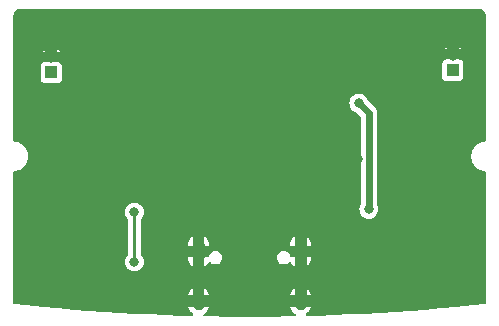
<source format=gbl>
%TF.GenerationSoftware,KiCad,Pcbnew,7.0.6*%
%TF.CreationDate,2023-09-04T13:51:18+12:00*%
%TF.ProjectId,GBA_lipo,4742415f-6c69-4706-9f2e-6b696361645f,rev?*%
%TF.SameCoordinates,Original*%
%TF.FileFunction,Copper,L2,Bot*%
%TF.FilePolarity,Positive*%
%FSLAX46Y46*%
G04 Gerber Fmt 4.6, Leading zero omitted, Abs format (unit mm)*
G04 Created by KiCad (PCBNEW 7.0.6) date 2023-09-04 13:51:18*
%MOMM*%
%LPD*%
G01*
G04 APERTURE LIST*
%TA.AperFunction,ComponentPad*%
%ADD10R,1.000000X1.000000*%
%TD*%
%TA.AperFunction,ComponentPad*%
%ADD11O,1.000000X1.000000*%
%TD*%
%TA.AperFunction,ComponentPad*%
%ADD12O,1.000000X1.600000*%
%TD*%
%TA.AperFunction,ComponentPad*%
%ADD13O,1.000000X2.100000*%
%TD*%
%TA.AperFunction,ViaPad*%
%ADD14C,0.800000*%
%TD*%
%TA.AperFunction,Conductor*%
%ADD15C,0.600000*%
%TD*%
%TA.AperFunction,Conductor*%
%ADD16C,0.250000*%
%TD*%
G04 APERTURE END LIST*
D10*
X117200000Y-120210000D03*
D11*
X117200000Y-118940000D03*
D12*
X95680000Y-139740000D03*
X104320000Y-139740000D03*
D13*
X104320000Y-135560000D03*
X95680000Y-135560000D03*
D10*
X83200000Y-120410000D03*
D11*
X83200000Y-119140000D03*
D14*
X109250000Y-123000000D03*
X110100000Y-132000000D03*
X90250000Y-132240498D03*
X90250000Y-136439502D03*
X103600000Y-122140000D03*
X111600000Y-124340000D03*
X111148212Y-117639500D03*
X113800000Y-126540000D03*
X109200000Y-127740000D03*
X106750000Y-120750000D03*
X90600000Y-130540000D03*
X103600000Y-122140000D03*
X96705499Y-123800136D03*
D15*
X110100000Y-132000000D02*
X110100000Y-123850000D01*
X110100000Y-123850000D02*
X109250000Y-123000000D01*
D16*
X90250000Y-134750000D02*
X90250000Y-136439502D01*
X90250000Y-132240498D02*
X90250000Y-134750000D01*
%TA.AperFunction,Conductor*%
G36*
X119403513Y-115000895D02*
G01*
X119426353Y-115003469D01*
X119529828Y-115017092D01*
X119554972Y-115023078D01*
X119596324Y-115037548D01*
X119599609Y-115038802D01*
X119668950Y-115067524D01*
X119687768Y-115077246D01*
X119730215Y-115103917D01*
X119735051Y-115107281D01*
X119761065Y-115127242D01*
X119795041Y-115153312D01*
X119801230Y-115158740D01*
X119841257Y-115198767D01*
X119846690Y-115204962D01*
X119892717Y-115264947D01*
X119896081Y-115269783D01*
X119922752Y-115312230D01*
X119932474Y-115331048D01*
X119961196Y-115400389D01*
X119962456Y-115403691D01*
X119970587Y-115426928D01*
X119976916Y-115445014D01*
X119982908Y-115470180D01*
X119996530Y-115573655D01*
X119999103Y-115596477D01*
X119999500Y-115603540D01*
X119999500Y-126134724D01*
X119979498Y-126202845D01*
X119925842Y-126249338D01*
X119895380Y-126258810D01*
X119785708Y-126278148D01*
X119783454Y-126277896D01*
X119780571Y-126278717D01*
X119774266Y-126280165D01*
X119677711Y-126297190D01*
X119677708Y-126297190D01*
X119677708Y-126297191D01*
X119667171Y-126301026D01*
X119568417Y-126336969D01*
X119565237Y-126337171D01*
X119561295Y-126339134D01*
X119554758Y-126341940D01*
X119473739Y-126371429D01*
X119473734Y-126371432D01*
X119366238Y-126433495D01*
X119362091Y-126434500D01*
X119357389Y-126438052D01*
X119350919Y-126442339D01*
X119285766Y-126479955D01*
X119285760Y-126479959D01*
X119184942Y-126564556D01*
X119180050Y-126566696D01*
X119175274Y-126571936D01*
X119169206Y-126577760D01*
X119141833Y-126600729D01*
X119139303Y-126602743D01*
X119115226Y-126620925D01*
X119106045Y-126635497D01*
X119030186Y-126725903D01*
X119024886Y-126729428D01*
X119023071Y-126732361D01*
X119012468Y-126747017D01*
X118975442Y-126791142D01*
X118972128Y-126794776D01*
X118965943Y-126810036D01*
X118906882Y-126912333D01*
X118901577Y-126917390D01*
X118900227Y-126920877D01*
X118891859Y-126938352D01*
X118871431Y-126973735D01*
X118869105Y-126978725D01*
X118868673Y-126978523D01*
X118862827Y-126990562D01*
X118859405Y-127006774D01*
X118818981Y-127117838D01*
X118814098Y-127124468D01*
X118813398Y-127128218D01*
X118807946Y-127148156D01*
X118797191Y-127177705D01*
X118797188Y-127177718D01*
X118796373Y-127182339D01*
X118790321Y-127204029D01*
X118789848Y-127219345D01*
X118769321Y-127335766D01*
X118765290Y-127343899D01*
X118765290Y-127347608D01*
X118763376Y-127369486D01*
X118759500Y-127391469D01*
X118759500Y-127404882D01*
X118757452Y-127426980D01*
X118759500Y-127440885D01*
X118759500Y-127559113D01*
X118756721Y-127568575D01*
X118757355Y-127571964D01*
X118759500Y-127595116D01*
X118759500Y-127608529D01*
X118763376Y-127630512D01*
X118765267Y-127652134D01*
X118769321Y-127664232D01*
X118789848Y-127780653D01*
X118788674Y-127791175D01*
X118789780Y-127794029D01*
X118796374Y-127817665D01*
X118797188Y-127822282D01*
X118797189Y-127822286D01*
X118807946Y-127851841D01*
X118813398Y-127871781D01*
X118813446Y-127872041D01*
X118818981Y-127882161D01*
X118859405Y-127993223D01*
X118860119Y-128004460D01*
X118861475Y-128006650D01*
X118868670Y-128021477D01*
X118869105Y-128021275D01*
X118871432Y-128026265D01*
X118891859Y-128061646D01*
X118900231Y-128079128D01*
X118900434Y-128079654D01*
X118906881Y-128087665D01*
X118965942Y-128189961D01*
X118968743Y-128201507D01*
X118975432Y-128208845D01*
X119012471Y-128252985D01*
X119023077Y-128267646D01*
X119023431Y-128268218D01*
X119030185Y-128274096D01*
X119106043Y-128364500D01*
X119111036Y-128375908D01*
X119139288Y-128397243D01*
X119141811Y-128399252D01*
X119169217Y-128422249D01*
X119175280Y-128428068D01*
X119178480Y-128431579D01*
X119184939Y-128435441D01*
X119201708Y-128449512D01*
X119285759Y-128520040D01*
X119285762Y-128520041D01*
X119350923Y-128557662D01*
X119357396Y-128561951D01*
X119360597Y-128564368D01*
X119366239Y-128566505D01*
X119445005Y-128611980D01*
X119473739Y-128628570D01*
X119554774Y-128658064D01*
X119561307Y-128660870D01*
X119563978Y-128662200D01*
X119568415Y-128663029D01*
X119677708Y-128702808D01*
X119677708Y-128702809D01*
X119774278Y-128719837D01*
X119780584Y-128721286D01*
X119782485Y-128721827D01*
X119785703Y-128721850D01*
X119891470Y-128740500D01*
X119891471Y-128740500D01*
X119895379Y-128741189D01*
X119958991Y-128772716D01*
X119995461Y-128833630D01*
X119999499Y-128865275D01*
X119999499Y-139885855D01*
X119979497Y-139953976D01*
X119925841Y-140000469D01*
X119886405Y-140011192D01*
X118906113Y-140112135D01*
X117459844Y-140260394D01*
X116200908Y-140372645D01*
X114880929Y-140488520D01*
X113595084Y-140585460D01*
X112299017Y-140680198D01*
X111001274Y-140760196D01*
X109714566Y-140835392D01*
X108410301Y-140897894D01*
X107128001Y-140954069D01*
X105819963Y-140998826D01*
X104885291Y-141026114D01*
X104816616Y-141008109D01*
X104768577Y-140955833D01*
X104756426Y-140885884D01*
X104784022Y-140820470D01*
X104807553Y-140798232D01*
X104925534Y-140712513D01*
X105052127Y-140571918D01*
X105146717Y-140408081D01*
X105146718Y-140408077D01*
X105201332Y-140240000D01*
X104543626Y-140240000D01*
X104579484Y-140200666D01*
X104620000Y-140096080D01*
X104620000Y-139412198D01*
X104604588Y-139329750D01*
X104545543Y-139234390D01*
X104456038Y-139166799D01*
X104348160Y-139136105D01*
X104236479Y-139146454D01*
X104136078Y-139196448D01*
X104060516Y-139279334D01*
X104020000Y-139383920D01*
X104020000Y-140067802D01*
X104035412Y-140150250D01*
X104090983Y-140240000D01*
X103438668Y-140240000D01*
X103493281Y-140408077D01*
X103493282Y-140408081D01*
X103587872Y-140571918D01*
X103714465Y-140712513D01*
X103867307Y-140823560D01*
X103910661Y-140879782D01*
X103916736Y-140950519D01*
X103883604Y-141013310D01*
X103821784Y-141048222D01*
X103795832Y-141051469D01*
X103229492Y-141063094D01*
X101950728Y-141081757D01*
X100639238Y-141090729D01*
X99360762Y-141090729D01*
X98049271Y-141081757D01*
X96770507Y-141063094D01*
X96204166Y-141051469D01*
X96136470Y-141030074D01*
X96091088Y-140975475D01*
X96082429Y-140905009D01*
X96113241Y-140841047D01*
X96132692Y-140823560D01*
X96285532Y-140712515D01*
X96412127Y-140571918D01*
X96506717Y-140408081D01*
X96506718Y-140408077D01*
X96561332Y-140240000D01*
X95903626Y-140240000D01*
X95939484Y-140200666D01*
X95980000Y-140096080D01*
X95980000Y-139412198D01*
X95964588Y-139329750D01*
X95905543Y-139234390D01*
X95816038Y-139166799D01*
X95708160Y-139136105D01*
X95596479Y-139146454D01*
X95496078Y-139196448D01*
X95420516Y-139279334D01*
X95380000Y-139383920D01*
X95380000Y-140067802D01*
X95395412Y-140150250D01*
X95450983Y-140240000D01*
X94798668Y-140240000D01*
X94853281Y-140408077D01*
X94853282Y-140408081D01*
X94947872Y-140571918D01*
X95074465Y-140712513D01*
X95192446Y-140798232D01*
X95235800Y-140854454D01*
X95241875Y-140925191D01*
X95208743Y-140987982D01*
X95146923Y-141022894D01*
X95114708Y-141026114D01*
X94180036Y-140998826D01*
X92871998Y-140954069D01*
X91589698Y-140897894D01*
X90285433Y-140835392D01*
X88998725Y-140760196D01*
X87700982Y-140680198D01*
X86404915Y-140585460D01*
X85119070Y-140488520D01*
X83799091Y-140372645D01*
X82540155Y-140260394D01*
X81093886Y-140112135D01*
X80113594Y-140011192D01*
X80047880Y-139984318D01*
X80007128Y-139926182D01*
X80000500Y-139885855D01*
X80000500Y-139240000D01*
X94798668Y-139240000D01*
X95180000Y-139240000D01*
X95180000Y-138690810D01*
X96180000Y-138690810D01*
X96180000Y-139240000D01*
X96561332Y-139240000D01*
X103438668Y-139240000D01*
X103820000Y-139240000D01*
X103819999Y-138690810D01*
X104820000Y-138690810D01*
X104820000Y-139240000D01*
X105201332Y-139240000D01*
X105201331Y-139239999D01*
X105146718Y-139071922D01*
X105146717Y-139071918D01*
X105052127Y-138908081D01*
X104925536Y-138767488D01*
X104820000Y-138690810D01*
X103819999Y-138690810D01*
X103714463Y-138767488D01*
X103587872Y-138908081D01*
X103493282Y-139071918D01*
X103493281Y-139071922D01*
X103438668Y-139239999D01*
X103438668Y-139240000D01*
X96561332Y-139240000D01*
X96561331Y-139239999D01*
X96506718Y-139071922D01*
X96506717Y-139071918D01*
X96412127Y-138908081D01*
X96285536Y-138767488D01*
X96180000Y-138690810D01*
X95180000Y-138690810D01*
X95074463Y-138767488D01*
X94947872Y-138908081D01*
X94853282Y-139071918D01*
X94853281Y-139071922D01*
X94798668Y-139239999D01*
X94798668Y-139240000D01*
X80000500Y-139240000D01*
X80000500Y-136439502D01*
X89444435Y-136439502D01*
X89464632Y-136618757D01*
X89475805Y-136650687D01*
X89524211Y-136789024D01*
X89524212Y-136789027D01*
X89620182Y-136941762D01*
X89620183Y-136941764D01*
X89747737Y-137069318D01*
X89747739Y-137069319D01*
X89900474Y-137165289D01*
X89900475Y-137165289D01*
X89900478Y-137165291D01*
X90070745Y-137224870D01*
X90250000Y-137245067D01*
X90429255Y-137224870D01*
X90599522Y-137165291D01*
X90752262Y-137069318D01*
X90879816Y-136941764D01*
X90975789Y-136789024D01*
X91035368Y-136618757D01*
X91055565Y-136439502D01*
X91035368Y-136260247D01*
X90975789Y-136089980D01*
X90975787Y-136089977D01*
X90975787Y-136089976D01*
X90956952Y-136060000D01*
X94780000Y-136060000D01*
X94780000Y-136157169D01*
X94794817Y-136298150D01*
X94853281Y-136478077D01*
X94853282Y-136478081D01*
X94947872Y-136641918D01*
X95074465Y-136782513D01*
X95179999Y-136859189D01*
X95180000Y-136859189D01*
X96180000Y-136859189D01*
X96285534Y-136782513D01*
X96412127Y-136641918D01*
X96487854Y-136510752D01*
X96539236Y-136461758D01*
X96608949Y-136448321D01*
X96674861Y-136474707D01*
X96696934Y-136497044D01*
X96699548Y-136500451D01*
X96712973Y-136510752D01*
X96819767Y-136592698D01*
X96959764Y-136650687D01*
X97072280Y-136665500D01*
X97072287Y-136665500D01*
X97147713Y-136665500D01*
X97147720Y-136665500D01*
X97260236Y-136650687D01*
X97400233Y-136592698D01*
X97520451Y-136500451D01*
X97612698Y-136380233D01*
X97670687Y-136240236D01*
X97690466Y-136090000D01*
X102309534Y-136090000D01*
X102329312Y-136240234D01*
X102387301Y-136380231D01*
X102387306Y-136380239D01*
X102479548Y-136500451D01*
X102492973Y-136510752D01*
X102599767Y-136592698D01*
X102739764Y-136650687D01*
X102852280Y-136665500D01*
X102852287Y-136665500D01*
X102927713Y-136665500D01*
X102927720Y-136665500D01*
X103040236Y-136650687D01*
X103180233Y-136592698D01*
X103300451Y-136500451D01*
X103303061Y-136497048D01*
X103305999Y-136494903D01*
X103306291Y-136494612D01*
X103306336Y-136494657D01*
X103360397Y-136455181D01*
X103431267Y-136450957D01*
X103493172Y-136485719D01*
X103512145Y-136510752D01*
X103587872Y-136641918D01*
X103714465Y-136782513D01*
X103819999Y-136859189D01*
X103820000Y-136859189D01*
X103820000Y-136137802D01*
X104020000Y-136137802D01*
X104035412Y-136220250D01*
X104094457Y-136315610D01*
X104183962Y-136383201D01*
X104291840Y-136413895D01*
X104403521Y-136403546D01*
X104503922Y-136353552D01*
X104579484Y-136270666D01*
X104620000Y-136166080D01*
X104620000Y-136060000D01*
X104820000Y-136060000D01*
X104820000Y-136859189D01*
X104925534Y-136782513D01*
X105052127Y-136641918D01*
X105146717Y-136478081D01*
X105146718Y-136478077D01*
X105205182Y-136298150D01*
X105219999Y-136157169D01*
X105220000Y-136157161D01*
X105220000Y-136060000D01*
X104820000Y-136060000D01*
X104620000Y-136060000D01*
X104620000Y-134982198D01*
X104604588Y-134899750D01*
X104545543Y-134804390D01*
X104456038Y-134736799D01*
X104348160Y-134706105D01*
X104236479Y-134716454D01*
X104136078Y-134766448D01*
X104060516Y-134849334D01*
X104020000Y-134953920D01*
X104020000Y-136137802D01*
X103820000Y-136137802D01*
X103820000Y-136060000D01*
X103577015Y-136060000D01*
X103508894Y-136039998D01*
X103462401Y-135986342D01*
X103452093Y-135950444D01*
X103450687Y-135939766D01*
X103450687Y-135939765D01*
X103450687Y-135939764D01*
X103392698Y-135799767D01*
X103378093Y-135780733D01*
X103300451Y-135679548D01*
X103180239Y-135587306D01*
X103180231Y-135587301D01*
X103040234Y-135529312D01*
X102927722Y-135514500D01*
X102927720Y-135514500D01*
X102852280Y-135514500D01*
X102852277Y-135514500D01*
X102739765Y-135529312D01*
X102599768Y-135587301D01*
X102599760Y-135587306D01*
X102479548Y-135679548D01*
X102387306Y-135799760D01*
X102387301Y-135799768D01*
X102329312Y-135939765D01*
X102309534Y-136089999D01*
X102309534Y-136090000D01*
X97690466Y-136090000D01*
X97670687Y-135939764D01*
X97612698Y-135799767D01*
X97598093Y-135780733D01*
X97520451Y-135679548D01*
X97400239Y-135587306D01*
X97400231Y-135587301D01*
X97260234Y-135529312D01*
X97147722Y-135514500D01*
X97147720Y-135514500D01*
X97072280Y-135514500D01*
X97072277Y-135514500D01*
X96959765Y-135529312D01*
X96819768Y-135587301D01*
X96819760Y-135587306D01*
X96699548Y-135679548D01*
X96607306Y-135799760D01*
X96607301Y-135799768D01*
X96549312Y-135939766D01*
X96547907Y-135950444D01*
X96519186Y-136015372D01*
X96459921Y-136054465D01*
X96422985Y-136060000D01*
X96180000Y-136060000D01*
X96180000Y-136859189D01*
X95180000Y-136859189D01*
X95180000Y-136137802D01*
X95380000Y-136137802D01*
X95395412Y-136220250D01*
X95454457Y-136315610D01*
X95543962Y-136383201D01*
X95651840Y-136413895D01*
X95763521Y-136403546D01*
X95863922Y-136353552D01*
X95939484Y-136270666D01*
X95980000Y-136166080D01*
X95980000Y-134982198D01*
X95964588Y-134899750D01*
X95905543Y-134804390D01*
X95816038Y-134736799D01*
X95708160Y-134706105D01*
X95596479Y-134716454D01*
X95496078Y-134766448D01*
X95420516Y-134849334D01*
X95380000Y-134953920D01*
X95380000Y-136137802D01*
X95180000Y-136137802D01*
X95180000Y-136060000D01*
X94780000Y-136060000D01*
X90956952Y-136060000D01*
X90879817Y-135937241D01*
X90879816Y-135937239D01*
X90812405Y-135869828D01*
X90778379Y-135807516D01*
X90775500Y-135780733D01*
X90775500Y-135060000D01*
X94780000Y-135060000D01*
X95180000Y-135060000D01*
X95180000Y-134260810D01*
X96180000Y-134260810D01*
X96180000Y-135060000D01*
X96580000Y-135060000D01*
X103420000Y-135060000D01*
X103820000Y-135060000D01*
X103820000Y-134260810D01*
X104820000Y-134260810D01*
X104820000Y-135060000D01*
X105220000Y-135060000D01*
X105220000Y-134962838D01*
X105219999Y-134962830D01*
X105205182Y-134821849D01*
X105146718Y-134641922D01*
X105146717Y-134641918D01*
X105052127Y-134478081D01*
X104925536Y-134337488D01*
X104820000Y-134260810D01*
X103820000Y-134260810D01*
X103714463Y-134337488D01*
X103587872Y-134478081D01*
X103493282Y-134641918D01*
X103493281Y-134641922D01*
X103434817Y-134821849D01*
X103420000Y-134962830D01*
X103420000Y-135060000D01*
X96580000Y-135060000D01*
X96580000Y-134962838D01*
X96579999Y-134962830D01*
X96565182Y-134821849D01*
X96506718Y-134641922D01*
X96506717Y-134641918D01*
X96412127Y-134478081D01*
X96285536Y-134337488D01*
X96180000Y-134260810D01*
X95180000Y-134260810D01*
X95074463Y-134337488D01*
X94947872Y-134478081D01*
X94853282Y-134641918D01*
X94853281Y-134641922D01*
X94794817Y-134821849D01*
X94780000Y-134962830D01*
X94780000Y-135060000D01*
X90775500Y-135060000D01*
X90775500Y-132899266D01*
X90795502Y-132831145D01*
X90812400Y-132810175D01*
X90879816Y-132742760D01*
X90975789Y-132590020D01*
X91035368Y-132419753D01*
X91055565Y-132240498D01*
X91035368Y-132061243D01*
X90975789Y-131890976D01*
X90975787Y-131890973D01*
X90975787Y-131890972D01*
X90879817Y-131738237D01*
X90879816Y-131738235D01*
X90752262Y-131610681D01*
X90752260Y-131610680D01*
X90599525Y-131514710D01*
X90599522Y-131514709D01*
X90599521Y-131514709D01*
X90429255Y-131455130D01*
X90250000Y-131434933D01*
X90249999Y-131434933D01*
X90223926Y-131437870D01*
X90070745Y-131455130D01*
X90070742Y-131455130D01*
X90070742Y-131455131D01*
X89900477Y-131514709D01*
X89900474Y-131514710D01*
X89747739Y-131610680D01*
X89747737Y-131610681D01*
X89620183Y-131738235D01*
X89620182Y-131738237D01*
X89524212Y-131890972D01*
X89524211Y-131890975D01*
X89524211Y-131890976D01*
X89464632Y-132061243D01*
X89444435Y-132240498D01*
X89464632Y-132419753D01*
X89493503Y-132502262D01*
X89524211Y-132590020D01*
X89524212Y-132590023D01*
X89620181Y-132742757D01*
X89620183Y-132742759D01*
X89620184Y-132742760D01*
X89687596Y-132810172D01*
X89721620Y-132872482D01*
X89724500Y-132899266D01*
X89724500Y-135780733D01*
X89704498Y-135848854D01*
X89687595Y-135869828D01*
X89620183Y-135937239D01*
X89620182Y-135937241D01*
X89524212Y-136089976D01*
X89524211Y-136089979D01*
X89471635Y-136240234D01*
X89464632Y-136260247D01*
X89444435Y-136439502D01*
X80000500Y-136439502D01*
X80000500Y-128865275D01*
X80020502Y-128797154D01*
X80074158Y-128750661D01*
X80104621Y-128741189D01*
X80108529Y-128740500D01*
X80108530Y-128740500D01*
X80214291Y-128721852D01*
X80216539Y-128722102D01*
X80219410Y-128721286D01*
X80225715Y-128719837D01*
X80322292Y-128702809D01*
X80431580Y-128663030D01*
X80434756Y-128662829D01*
X80438685Y-128660873D01*
X80445218Y-128658067D01*
X80526261Y-128628570D01*
X80633761Y-128566504D01*
X80637902Y-128565499D01*
X80642596Y-128561955D01*
X80649065Y-128557668D01*
X80714240Y-128520040D01*
X80815059Y-128435442D01*
X80819941Y-128433305D01*
X80824709Y-128428076D01*
X80830769Y-128422260D01*
X80858241Y-128399208D01*
X80860724Y-128397232D01*
X80884778Y-128379067D01*
X80893952Y-128364505D01*
X80969815Y-128274094D01*
X80975107Y-128270574D01*
X80976915Y-128267655D01*
X80987513Y-128253003D01*
X81020040Y-128214240D01*
X81020042Y-128214235D01*
X81024580Y-128208828D01*
X81027874Y-128205214D01*
X81034055Y-128189964D01*
X81093118Y-128087664D01*
X81098419Y-128082609D01*
X81099767Y-128079132D01*
X81108139Y-128061649D01*
X81128568Y-128026265D01*
X81130895Y-128021275D01*
X81131332Y-128021479D01*
X81137172Y-128009437D01*
X81140595Y-127993223D01*
X81181018Y-127882162D01*
X81185898Y-127875533D01*
X81186598Y-127871791D01*
X81192053Y-127851843D01*
X81202808Y-127822294D01*
X81202810Y-127822287D01*
X81203625Y-127817667D01*
X81209676Y-127795974D01*
X81210151Y-127780651D01*
X81230678Y-127664232D01*
X81230679Y-127664228D01*
X81234710Y-127656095D01*
X81234710Y-127652391D01*
X81236624Y-127630512D01*
X81240500Y-127608529D01*
X81240500Y-127595110D01*
X81242546Y-127573019D01*
X81240500Y-127559112D01*
X81240500Y-127440886D01*
X81243277Y-127431425D01*
X81242645Y-127428039D01*
X81240500Y-127404888D01*
X81240500Y-127391469D01*
X81236624Y-127369486D01*
X81234733Y-127347872D01*
X81230678Y-127335767D01*
X81210151Y-127219347D01*
X81211324Y-127208825D01*
X81210219Y-127205972D01*
X81203623Y-127182325D01*
X81202809Y-127177709D01*
X81202808Y-127177705D01*
X81192050Y-127148149D01*
X81186598Y-127128209D01*
X81186550Y-127127956D01*
X81181018Y-127117837D01*
X81140594Y-127006775D01*
X81139880Y-126995541D01*
X81138525Y-126993353D01*
X81131332Y-126978520D01*
X81130895Y-126978725D01*
X81128572Y-126973745D01*
X81128570Y-126973739D01*
X81125873Y-126969068D01*
X81108140Y-126938352D01*
X81099768Y-126920870D01*
X81099566Y-126920349D01*
X81093117Y-126912332D01*
X81034056Y-126810036D01*
X81031255Y-126798492D01*
X81024568Y-126791157D01*
X81020041Y-126785762D01*
X81020040Y-126785760D01*
X80987520Y-126747004D01*
X80976918Y-126732348D01*
X80976568Y-126731783D01*
X80969813Y-126725902D01*
X80950818Y-126703265D01*
X80893953Y-126635496D01*
X80888962Y-126624090D01*
X80860707Y-126602753D01*
X80858179Y-126600739D01*
X80830793Y-126577760D01*
X80830782Y-126577750D01*
X80824719Y-126571931D01*
X80821521Y-126568423D01*
X80815056Y-126564555D01*
X80714240Y-126479960D01*
X80649077Y-126442337D01*
X80642606Y-126438049D01*
X80639407Y-126435633D01*
X80633759Y-126433494D01*
X80526265Y-126371432D01*
X80526257Y-126371428D01*
X80445238Y-126341939D01*
X80438699Y-126339132D01*
X80436024Y-126337800D01*
X80431581Y-126336968D01*
X80322296Y-126297192D01*
X80322290Y-126297190D01*
X80225727Y-126280164D01*
X80219422Y-126278715D01*
X80217518Y-126278173D01*
X80214290Y-126278147D01*
X80104621Y-126258810D01*
X80041008Y-126227283D01*
X80004539Y-126166369D01*
X80000500Y-126134724D01*
X80000500Y-123000000D01*
X108444435Y-123000000D01*
X108464632Y-123179255D01*
X108521219Y-123340970D01*
X108524211Y-123349522D01*
X108524212Y-123349525D01*
X108620182Y-123502260D01*
X108620183Y-123502262D01*
X108747737Y-123629816D01*
X108747739Y-123629817D01*
X108900474Y-123725787D01*
X108900475Y-123725787D01*
X108900478Y-123725789D01*
X109003552Y-123761856D01*
X109051032Y-123791689D01*
X109362595Y-124103251D01*
X109396620Y-124165564D01*
X109399500Y-124192347D01*
X109399500Y-131573930D01*
X109380190Y-131640962D01*
X109374210Y-131650478D01*
X109314633Y-131820742D01*
X109314632Y-131820745D01*
X109294435Y-132000000D01*
X109314632Y-132179255D01*
X109314633Y-132179257D01*
X109374211Y-132349522D01*
X109374212Y-132349525D01*
X109470182Y-132502260D01*
X109470183Y-132502262D01*
X109597737Y-132629816D01*
X109597739Y-132629817D01*
X109750474Y-132725787D01*
X109750475Y-132725787D01*
X109750478Y-132725789D01*
X109920745Y-132785368D01*
X110100000Y-132805565D01*
X110279255Y-132785368D01*
X110449522Y-132725789D01*
X110602262Y-132629816D01*
X110729816Y-132502262D01*
X110825789Y-132349522D01*
X110885368Y-132179255D01*
X110905565Y-132000000D01*
X110885368Y-131820745D01*
X110825789Y-131650478D01*
X110819810Y-131640962D01*
X110800500Y-131573930D01*
X110800500Y-123873070D01*
X110800615Y-123869265D01*
X110804358Y-123807394D01*
X110793181Y-123746404D01*
X110792610Y-123742657D01*
X110785140Y-123681128D01*
X110781610Y-123671822D01*
X110775488Y-123649854D01*
X110773695Y-123640069D01*
X110748240Y-123583512D01*
X110746805Y-123580048D01*
X110724818Y-123522070D01*
X110719162Y-123513876D01*
X110707961Y-123494016D01*
X110703878Y-123484944D01*
X110684082Y-123459676D01*
X110665653Y-123436153D01*
X110663397Y-123433087D01*
X110628184Y-123382073D01*
X110628185Y-123382073D01*
X110591446Y-123349525D01*
X110581782Y-123340963D01*
X110579017Y-123338361D01*
X110041689Y-122801032D01*
X110011856Y-122753552D01*
X109975789Y-122650478D01*
X109975787Y-122650475D01*
X109975787Y-122650474D01*
X109879817Y-122497739D01*
X109879816Y-122497737D01*
X109752262Y-122370183D01*
X109752260Y-122370182D01*
X109599525Y-122274212D01*
X109599522Y-122274211D01*
X109599522Y-122274210D01*
X109429255Y-122214632D01*
X109250000Y-122194435D01*
X109249999Y-122194435D01*
X109223926Y-122197372D01*
X109070745Y-122214632D01*
X109070742Y-122214632D01*
X109070742Y-122214633D01*
X108900477Y-122274211D01*
X108900474Y-122274212D01*
X108747739Y-122370182D01*
X108747737Y-122370183D01*
X108620183Y-122497737D01*
X108620182Y-122497739D01*
X108524212Y-122650474D01*
X108524211Y-122650477D01*
X108524211Y-122650478D01*
X108464632Y-122820745D01*
X108444435Y-123000000D01*
X80000500Y-123000000D01*
X80000500Y-120941516D01*
X82299500Y-120941516D01*
X82314353Y-121035302D01*
X82371949Y-121148342D01*
X82461657Y-121238050D01*
X82500299Y-121257738D01*
X82574696Y-121295646D01*
X82668481Y-121310500D01*
X83731518Y-121310499D01*
X83825304Y-121295646D01*
X83938342Y-121238050D01*
X84028050Y-121148342D01*
X84085646Y-121035304D01*
X84100500Y-120941519D01*
X84100500Y-120741516D01*
X116299500Y-120741516D01*
X116314353Y-120835302D01*
X116371949Y-120948342D01*
X116461657Y-121038050D01*
X116500299Y-121057738D01*
X116574696Y-121095646D01*
X116668481Y-121110500D01*
X117731518Y-121110499D01*
X117825304Y-121095646D01*
X117938342Y-121038050D01*
X118028050Y-120948342D01*
X118085646Y-120835304D01*
X118100500Y-120741519D01*
X118100499Y-119678482D01*
X118085646Y-119584696D01*
X118047332Y-119509500D01*
X118028050Y-119471657D01*
X117938342Y-119381949D01*
X117862502Y-119343307D01*
X117825304Y-119324354D01*
X117731519Y-119309500D01*
X117731515Y-119309500D01*
X116668483Y-119309500D01*
X116574697Y-119324353D01*
X116461657Y-119381949D01*
X116371949Y-119471657D01*
X116345099Y-119524355D01*
X116314354Y-119584696D01*
X116300581Y-119671657D01*
X116299500Y-119678484D01*
X116299500Y-120741516D01*
X84100500Y-120741516D01*
X84100499Y-119878482D01*
X84085646Y-119784696D01*
X84031527Y-119678481D01*
X84028050Y-119671657D01*
X83938342Y-119581949D01*
X83862502Y-119543307D01*
X83825304Y-119524354D01*
X83731519Y-119509500D01*
X83731515Y-119509500D01*
X82668483Y-119509500D01*
X82574697Y-119524353D01*
X82461657Y-119581949D01*
X82371949Y-119671657D01*
X82314355Y-119784694D01*
X82314354Y-119784696D01*
X82299500Y-119878481D01*
X82299500Y-119878484D01*
X82299500Y-120941516D01*
X80000500Y-120941516D01*
X80000500Y-119197306D01*
X82875000Y-119197306D01*
X82914199Y-119305007D01*
X82987871Y-119392805D01*
X83087129Y-119450112D01*
X83171564Y-119465000D01*
X83228436Y-119465000D01*
X83312871Y-119450112D01*
X83412129Y-119392805D01*
X83485801Y-119305007D01*
X83525000Y-119197306D01*
X83525000Y-119082694D01*
X83493922Y-118997306D01*
X116875000Y-118997306D01*
X116914199Y-119105007D01*
X116987871Y-119192805D01*
X117087129Y-119250112D01*
X117171564Y-119265000D01*
X117228436Y-119265000D01*
X117312871Y-119250112D01*
X117412129Y-119192805D01*
X117485801Y-119105007D01*
X117525000Y-118997306D01*
X117525000Y-118882694D01*
X117485801Y-118774993D01*
X117412129Y-118687195D01*
X117312871Y-118629888D01*
X117228436Y-118615000D01*
X117171564Y-118615000D01*
X117087129Y-118629888D01*
X116987871Y-118687195D01*
X116914199Y-118774993D01*
X116875000Y-118882694D01*
X116875000Y-118997306D01*
X83493922Y-118997306D01*
X83485801Y-118974993D01*
X83412129Y-118887195D01*
X83312871Y-118829888D01*
X83228436Y-118815000D01*
X83171564Y-118815000D01*
X83087129Y-118829888D01*
X82987871Y-118887195D01*
X82914199Y-118974993D01*
X82875000Y-119082694D01*
X82875000Y-119197306D01*
X80000500Y-119197306D01*
X80000500Y-118640000D01*
X82449445Y-118640000D01*
X82700000Y-118640000D01*
X82700000Y-118390810D01*
X83700000Y-118390810D01*
X83700000Y-118640000D01*
X83950554Y-118640000D01*
X83932127Y-118608082D01*
X83932123Y-118608077D01*
X83805536Y-118467488D01*
X83767703Y-118440000D01*
X116449445Y-118440000D01*
X116700000Y-118440000D01*
X116700000Y-118190810D01*
X117700000Y-118190810D01*
X117700000Y-118440000D01*
X117950554Y-118440000D01*
X117932127Y-118408082D01*
X117932123Y-118408077D01*
X117805536Y-118267488D01*
X117700000Y-118190810D01*
X116700000Y-118190810D01*
X116594463Y-118267488D01*
X116467876Y-118408077D01*
X116467872Y-118408082D01*
X116449445Y-118440000D01*
X83767703Y-118440000D01*
X83700000Y-118390810D01*
X82700000Y-118390810D01*
X82594463Y-118467488D01*
X82467876Y-118608077D01*
X82467872Y-118608082D01*
X82449445Y-118640000D01*
X80000500Y-118640000D01*
X80000500Y-115603542D01*
X80000896Y-115596483D01*
X80003468Y-115573658D01*
X80003468Y-115573655D01*
X80017093Y-115470167D01*
X80023077Y-115445032D01*
X80037557Y-115403651D01*
X80038792Y-115400413D01*
X80067526Y-115331042D01*
X80077241Y-115312239D01*
X80103930Y-115269763D01*
X80107270Y-115264962D01*
X80153325Y-115204942D01*
X80158726Y-115198783D01*
X80198783Y-115158726D01*
X80204942Y-115153325D01*
X80264962Y-115107270D01*
X80269763Y-115103930D01*
X80312239Y-115077241D01*
X80331042Y-115067526D01*
X80400413Y-115038792D01*
X80403651Y-115037557D01*
X80445032Y-115023077D01*
X80470167Y-115017093D01*
X80573628Y-115003471D01*
X80596487Y-115000895D01*
X80603542Y-115000500D01*
X119396457Y-115000500D01*
X119403513Y-115000895D01*
G37*
%TD.AperFunction*%
M02*

</source>
